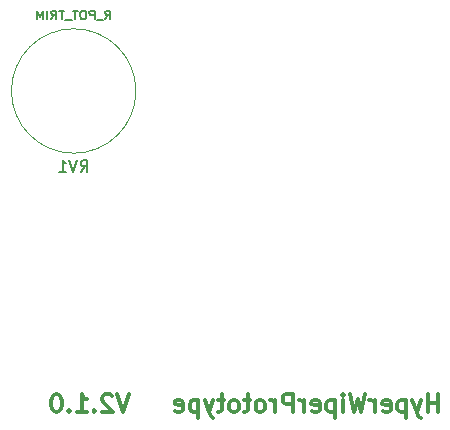
<source format=gbr>
G04 #@! TF.GenerationSoftware,KiCad,Pcbnew,5.99.0-unknown-50e22de3ba~95~ubuntu20.04.1*
G04 #@! TF.CreationDate,2021-01-21T20:42:25+09:00*
G04 #@! TF.ProjectId,Hyperwiper 2020 production prototype,48797065-7277-4697-9065-722032303230,rev?*
G04 #@! TF.SameCoordinates,Original*
G04 #@! TF.FileFunction,Legend,Bot*
G04 #@! TF.FilePolarity,Positive*
%FSLAX46Y46*%
G04 Gerber Fmt 4.6, Leading zero omitted, Abs format (unit mm)*
G04 Created by KiCad (PCBNEW 5.99.0-unknown-50e22de3ba~95~ubuntu20.04.1) date 2021-01-21 20:42:25*
%MOMM*%
%LPD*%
G01*
G04 APERTURE LIST*
%ADD10C,0.300000*%
%ADD11C,0.150000*%
%ADD12C,0.120000*%
G04 APERTURE END LIST*
D10*
X185596428Y-112146071D02*
X185596428Y-110646071D01*
X185596428Y-111360357D02*
X184739285Y-111360357D01*
X184739285Y-112146071D02*
X184739285Y-110646071D01*
X184167857Y-111146071D02*
X183810714Y-112146071D01*
X183453571Y-111146071D02*
X183810714Y-112146071D01*
X183953571Y-112503214D01*
X184025000Y-112574642D01*
X184167857Y-112646071D01*
X182882142Y-111146071D02*
X182882142Y-112646071D01*
X182882142Y-111217500D02*
X182739285Y-111146071D01*
X182453571Y-111146071D01*
X182310714Y-111217500D01*
X182239285Y-111288928D01*
X182167857Y-111431785D01*
X182167857Y-111860357D01*
X182239285Y-112003214D01*
X182310714Y-112074642D01*
X182453571Y-112146071D01*
X182739285Y-112146071D01*
X182882142Y-112074642D01*
X180953571Y-112074642D02*
X181096428Y-112146071D01*
X181382142Y-112146071D01*
X181525000Y-112074642D01*
X181596428Y-111931785D01*
X181596428Y-111360357D01*
X181525000Y-111217500D01*
X181382142Y-111146071D01*
X181096428Y-111146071D01*
X180953571Y-111217500D01*
X180882142Y-111360357D01*
X180882142Y-111503214D01*
X181596428Y-111646071D01*
X180239285Y-112146071D02*
X180239285Y-111146071D01*
X180239285Y-111431785D02*
X180167857Y-111288928D01*
X180096428Y-111217500D01*
X179953571Y-111146071D01*
X179810714Y-111146071D01*
X179453571Y-110646071D02*
X179096428Y-112146071D01*
X178810714Y-111074642D01*
X178525000Y-112146071D01*
X178167857Y-110646071D01*
X177596428Y-112146071D02*
X177596428Y-111146071D01*
X177596428Y-110646071D02*
X177667857Y-110717500D01*
X177596428Y-110788928D01*
X177525000Y-110717500D01*
X177596428Y-110646071D01*
X177596428Y-110788928D01*
X176882142Y-111146071D02*
X176882142Y-112646071D01*
X176882142Y-111217500D02*
X176739285Y-111146071D01*
X176453571Y-111146071D01*
X176310714Y-111217500D01*
X176239285Y-111288928D01*
X176167857Y-111431785D01*
X176167857Y-111860357D01*
X176239285Y-112003214D01*
X176310714Y-112074642D01*
X176453571Y-112146071D01*
X176739285Y-112146071D01*
X176882142Y-112074642D01*
X174953571Y-112074642D02*
X175096428Y-112146071D01*
X175382142Y-112146071D01*
X175525000Y-112074642D01*
X175596428Y-111931785D01*
X175596428Y-111360357D01*
X175525000Y-111217500D01*
X175382142Y-111146071D01*
X175096428Y-111146071D01*
X174953571Y-111217500D01*
X174882142Y-111360357D01*
X174882142Y-111503214D01*
X175596428Y-111646071D01*
X174239285Y-112146071D02*
X174239285Y-111146071D01*
X174239285Y-111431785D02*
X174167857Y-111288928D01*
X174096428Y-111217500D01*
X173953571Y-111146071D01*
X173810714Y-111146071D01*
X173310714Y-112146071D02*
X173310714Y-110646071D01*
X172739285Y-110646071D01*
X172596428Y-110717500D01*
X172525000Y-110788928D01*
X172453571Y-110931785D01*
X172453571Y-111146071D01*
X172525000Y-111288928D01*
X172596428Y-111360357D01*
X172739285Y-111431785D01*
X173310714Y-111431785D01*
X171810714Y-112146071D02*
X171810714Y-111146071D01*
X171810714Y-111431785D02*
X171739285Y-111288928D01*
X171667857Y-111217500D01*
X171525000Y-111146071D01*
X171382142Y-111146071D01*
X170667857Y-112146071D02*
X170810714Y-112074642D01*
X170882142Y-112003214D01*
X170953571Y-111860357D01*
X170953571Y-111431785D01*
X170882142Y-111288928D01*
X170810714Y-111217500D01*
X170667857Y-111146071D01*
X170453571Y-111146071D01*
X170310714Y-111217500D01*
X170239285Y-111288928D01*
X170167857Y-111431785D01*
X170167857Y-111860357D01*
X170239285Y-112003214D01*
X170310714Y-112074642D01*
X170453571Y-112146071D01*
X170667857Y-112146071D01*
X169739285Y-111146071D02*
X169167857Y-111146071D01*
X169525000Y-110646071D02*
X169525000Y-111931785D01*
X169453571Y-112074642D01*
X169310714Y-112146071D01*
X169167857Y-112146071D01*
X168453571Y-112146071D02*
X168596428Y-112074642D01*
X168667857Y-112003214D01*
X168739285Y-111860357D01*
X168739285Y-111431785D01*
X168667857Y-111288928D01*
X168596428Y-111217500D01*
X168453571Y-111146071D01*
X168239285Y-111146071D01*
X168096428Y-111217500D01*
X168025000Y-111288928D01*
X167953571Y-111431785D01*
X167953571Y-111860357D01*
X168025000Y-112003214D01*
X168096428Y-112074642D01*
X168239285Y-112146071D01*
X168453571Y-112146071D01*
X167525000Y-111146071D02*
X166953571Y-111146071D01*
X167310714Y-110646071D02*
X167310714Y-111931785D01*
X167239285Y-112074642D01*
X167096428Y-112146071D01*
X166953571Y-112146071D01*
X166596428Y-111146071D02*
X166239285Y-112146071D01*
X165882142Y-111146071D02*
X166239285Y-112146071D01*
X166382142Y-112503214D01*
X166453571Y-112574642D01*
X166596428Y-112646071D01*
X165310714Y-111146071D02*
X165310714Y-112646071D01*
X165310714Y-111217500D02*
X165167857Y-111146071D01*
X164882142Y-111146071D01*
X164739285Y-111217500D01*
X164667857Y-111288928D01*
X164596428Y-111431785D01*
X164596428Y-111860357D01*
X164667857Y-112003214D01*
X164739285Y-112074642D01*
X164882142Y-112146071D01*
X165167857Y-112146071D01*
X165310714Y-112074642D01*
X163382142Y-112074642D02*
X163525000Y-112146071D01*
X163810714Y-112146071D01*
X163953571Y-112074642D01*
X164025000Y-111931785D01*
X164025000Y-111360357D01*
X163953571Y-111217500D01*
X163810714Y-111146071D01*
X163525000Y-111146071D01*
X163382142Y-111217500D01*
X163310714Y-111360357D01*
X163310714Y-111503214D01*
X164025000Y-111646071D01*
X159453571Y-110646071D02*
X158953571Y-112146071D01*
X158453571Y-110646071D01*
X158025000Y-110788928D02*
X157953571Y-110717500D01*
X157810714Y-110646071D01*
X157453571Y-110646071D01*
X157310714Y-110717500D01*
X157239285Y-110788928D01*
X157167857Y-110931785D01*
X157167857Y-111074642D01*
X157239285Y-111288928D01*
X158096428Y-112146071D01*
X157167857Y-112146071D01*
X156525000Y-112003214D02*
X156453571Y-112074642D01*
X156525000Y-112146071D01*
X156596428Y-112074642D01*
X156525000Y-112003214D01*
X156525000Y-112146071D01*
X155025000Y-112146071D02*
X155882142Y-112146071D01*
X155453571Y-112146071D02*
X155453571Y-110646071D01*
X155596428Y-110860357D01*
X155739285Y-111003214D01*
X155882142Y-111074642D01*
X154382142Y-112003214D02*
X154310714Y-112074642D01*
X154382142Y-112146071D01*
X154453571Y-112074642D01*
X154382142Y-112003214D01*
X154382142Y-112146071D01*
X153382142Y-110646071D02*
X153239285Y-110646071D01*
X153096428Y-110717500D01*
X153025000Y-110788928D01*
X152953571Y-110931785D01*
X152882142Y-111217500D01*
X152882142Y-111574642D01*
X152953571Y-111860357D01*
X153025000Y-112003214D01*
X153096428Y-112074642D01*
X153239285Y-112146071D01*
X153382142Y-112146071D01*
X153525000Y-112074642D01*
X153596428Y-112003214D01*
X153667857Y-111860357D01*
X153739285Y-111574642D01*
X153739285Y-111217500D01*
X153667857Y-110931785D01*
X153596428Y-110788928D01*
X153525000Y-110717500D01*
X153382142Y-110646071D01*
D11*
G04 #@! TO.C,RV1*
X155363238Y-91812380D02*
X155696571Y-91336190D01*
X155934666Y-91812380D02*
X155934666Y-90812380D01*
X155553714Y-90812380D01*
X155458476Y-90860000D01*
X155410857Y-90907619D01*
X155363238Y-91002857D01*
X155363238Y-91145714D01*
X155410857Y-91240952D01*
X155458476Y-91288571D01*
X155553714Y-91336190D01*
X155934666Y-91336190D01*
X155077523Y-90812380D02*
X154744190Y-91812380D01*
X154410857Y-90812380D01*
X153553714Y-91812380D02*
X154125142Y-91812380D01*
X153839428Y-91812380D02*
X153839428Y-90812380D01*
X153934666Y-90955238D01*
X154029904Y-91050476D01*
X154125142Y-91098095D01*
X157428714Y-78899285D02*
X157678714Y-78542142D01*
X157857285Y-78899285D02*
X157857285Y-78149285D01*
X157571571Y-78149285D01*
X157500142Y-78185000D01*
X157464428Y-78220714D01*
X157428714Y-78292142D01*
X157428714Y-78399285D01*
X157464428Y-78470714D01*
X157500142Y-78506428D01*
X157571571Y-78542142D01*
X157857285Y-78542142D01*
X157285857Y-78970714D02*
X156714428Y-78970714D01*
X156535857Y-78899285D02*
X156535857Y-78149285D01*
X156250142Y-78149285D01*
X156178714Y-78185000D01*
X156143000Y-78220714D01*
X156107285Y-78292142D01*
X156107285Y-78399285D01*
X156143000Y-78470714D01*
X156178714Y-78506428D01*
X156250142Y-78542142D01*
X156535857Y-78542142D01*
X155643000Y-78149285D02*
X155500142Y-78149285D01*
X155428714Y-78185000D01*
X155357285Y-78256428D01*
X155321571Y-78399285D01*
X155321571Y-78649285D01*
X155357285Y-78792142D01*
X155428714Y-78863571D01*
X155500142Y-78899285D01*
X155643000Y-78899285D01*
X155714428Y-78863571D01*
X155785857Y-78792142D01*
X155821571Y-78649285D01*
X155821571Y-78399285D01*
X155785857Y-78256428D01*
X155714428Y-78185000D01*
X155643000Y-78149285D01*
X155107285Y-78149285D02*
X154678714Y-78149285D01*
X154893000Y-78899285D02*
X154893000Y-78149285D01*
X154607285Y-78970714D02*
X154035857Y-78970714D01*
X153964428Y-78149285D02*
X153535857Y-78149285D01*
X153750142Y-78899285D02*
X153750142Y-78149285D01*
X152857285Y-78899285D02*
X153107285Y-78542142D01*
X153285857Y-78899285D02*
X153285857Y-78149285D01*
X153000142Y-78149285D01*
X152928714Y-78185000D01*
X152893000Y-78220714D01*
X152857285Y-78292142D01*
X152857285Y-78399285D01*
X152893000Y-78470714D01*
X152928714Y-78506428D01*
X153000142Y-78542142D01*
X153285857Y-78542142D01*
X152535857Y-78899285D02*
X152535857Y-78149285D01*
X152178714Y-78899285D02*
X152178714Y-78149285D01*
X151928714Y-78685000D01*
X151678714Y-78149285D01*
X151678714Y-78899285D01*
D12*
X160039000Y-84960000D02*
G75*
G03*
X160039000Y-84960000I-5270000J0D01*
G01*
G04 #@! TD*
M02*

</source>
